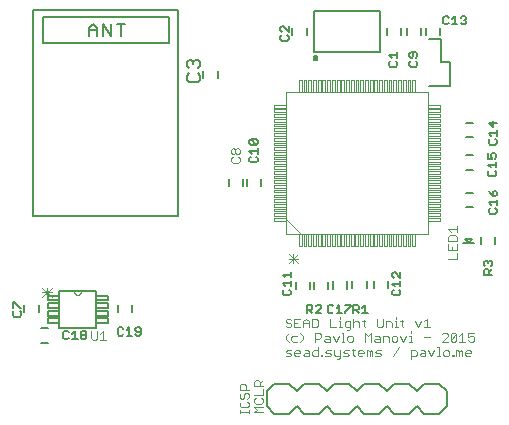
<source format=gto>
G75*
%MOIN*%
%OFA0B0*%
%FSLAX24Y24*%
%IPPOS*%
%LPD*%
%AMOC8*
5,1,8,0,0,1.08239X$1,22.5*
%
%ADD10C,0.0030*%
%ADD11C,0.0000*%
%ADD12C,0.0060*%
%ADD13C,0.0050*%
%ADD14C,0.0080*%
%ADD15C,0.0020*%
D10*
X002806Y004538D02*
X003119Y004852D01*
X002806Y004538D01*
X002963Y004538D02*
X002963Y004852D01*
X002963Y004538D01*
X003119Y004538D02*
X002806Y004852D01*
X003119Y004538D01*
X003119Y004695D02*
X002806Y004695D01*
X003119Y004695D01*
X009100Y009062D02*
X009100Y009159D01*
X009148Y009207D01*
X009148Y009308D02*
X009100Y009357D01*
X009100Y009453D01*
X009148Y009502D01*
X009196Y009502D01*
X009245Y009453D01*
X009245Y009357D01*
X009196Y009308D01*
X009148Y009308D01*
X009245Y009357D02*
X009293Y009308D01*
X009342Y009308D01*
X009390Y009357D01*
X009390Y009453D01*
X009342Y009502D01*
X009293Y009502D01*
X009245Y009453D01*
X009342Y009207D02*
X009390Y009159D01*
X009390Y009062D01*
X009342Y009014D01*
X009148Y009014D01*
X009100Y009062D01*
X011017Y005975D02*
X011330Y005661D01*
X011174Y005661D02*
X011174Y005975D01*
X011330Y005975D02*
X011017Y005661D01*
X011017Y005818D02*
X011330Y005818D01*
X011403Y003822D02*
X011210Y003822D01*
X011210Y003532D01*
X011403Y003532D01*
X011504Y003532D02*
X011504Y003726D01*
X011601Y003822D01*
X011698Y003726D01*
X011698Y003532D01*
X011799Y003532D02*
X011944Y003532D01*
X011992Y003581D01*
X011992Y003774D01*
X011944Y003822D01*
X011799Y003822D01*
X011799Y003532D01*
X011698Y003677D02*
X011504Y003677D01*
X011306Y003677D02*
X011210Y003677D01*
X011108Y003629D02*
X011108Y003581D01*
X011060Y003532D01*
X010963Y003532D01*
X010915Y003581D01*
X010963Y003677D02*
X011060Y003677D01*
X011108Y003629D01*
X011108Y003774D02*
X011060Y003822D01*
X010963Y003822D01*
X010915Y003774D01*
X010915Y003726D01*
X010963Y003677D01*
X011012Y003342D02*
X010915Y003246D01*
X010915Y003149D01*
X011012Y003052D01*
X011111Y003101D02*
X011111Y003197D01*
X011160Y003246D01*
X011305Y003246D01*
X011406Y003342D02*
X011503Y003246D01*
X011503Y003149D01*
X011406Y003052D01*
X011305Y003052D02*
X011160Y003052D01*
X011111Y003101D01*
X011108Y002766D02*
X010963Y002766D01*
X010915Y002717D01*
X010963Y002669D01*
X011060Y002669D01*
X011108Y002621D01*
X011060Y002572D01*
X010915Y002572D01*
X011210Y002621D02*
X011210Y002717D01*
X011258Y002766D01*
X011355Y002766D01*
X011403Y002717D01*
X011403Y002669D01*
X011210Y002669D01*
X011210Y002621D02*
X011258Y002572D01*
X011355Y002572D01*
X011504Y002621D02*
X011553Y002669D01*
X011698Y002669D01*
X011698Y002717D02*
X011698Y002572D01*
X011553Y002572D01*
X011504Y002621D01*
X011553Y002766D02*
X011649Y002766D01*
X011698Y002717D01*
X011799Y002717D02*
X011847Y002766D01*
X011992Y002766D01*
X011992Y002862D02*
X011992Y002572D01*
X011847Y002572D01*
X011799Y002621D01*
X011799Y002717D01*
X012094Y002621D02*
X012142Y002621D01*
X012142Y002572D01*
X012094Y002572D01*
X012094Y002621D01*
X012241Y002572D02*
X012386Y002572D01*
X012434Y002621D01*
X012386Y002669D01*
X012289Y002669D01*
X012241Y002717D01*
X012289Y002766D01*
X012434Y002766D01*
X012535Y002766D02*
X012535Y002621D01*
X012584Y002572D01*
X012729Y002572D01*
X012729Y002524D02*
X012681Y002475D01*
X012632Y002475D01*
X012729Y002524D02*
X012729Y002766D01*
X012830Y002717D02*
X012879Y002669D01*
X012975Y002669D01*
X013024Y002621D01*
X012975Y002572D01*
X012830Y002572D01*
X012830Y002717D02*
X012879Y002766D01*
X013024Y002766D01*
X013125Y002766D02*
X013222Y002766D01*
X013173Y002814D02*
X013173Y002621D01*
X013222Y002572D01*
X013321Y002621D02*
X013321Y002717D01*
X013370Y002766D01*
X013466Y002766D01*
X013515Y002717D01*
X013515Y002669D01*
X013321Y002669D01*
X013321Y002621D02*
X013370Y002572D01*
X013466Y002572D01*
X013616Y002572D02*
X013616Y002766D01*
X013664Y002766D01*
X013713Y002717D01*
X013761Y002766D01*
X013809Y002717D01*
X013809Y002572D01*
X013713Y002572D02*
X013713Y002717D01*
X013911Y002717D02*
X013959Y002669D01*
X014056Y002669D01*
X014104Y002621D01*
X014056Y002572D01*
X013911Y002572D01*
X013911Y002717D02*
X013959Y002766D01*
X014104Y002766D01*
X014055Y003052D02*
X013910Y003052D01*
X013861Y003101D01*
X013910Y003149D01*
X014055Y003149D01*
X014055Y003197D02*
X014055Y003052D01*
X014156Y003052D02*
X014156Y003246D01*
X014301Y003246D01*
X014350Y003197D01*
X014350Y003052D01*
X014451Y003101D02*
X014451Y003197D01*
X014499Y003246D01*
X014596Y003246D01*
X014644Y003197D01*
X014644Y003101D01*
X014596Y003052D01*
X014499Y003052D01*
X014451Y003101D01*
X014745Y003246D02*
X014842Y003052D01*
X014939Y003246D01*
X015040Y003246D02*
X015088Y003246D01*
X015088Y003052D01*
X015040Y003052D02*
X015137Y003052D01*
X015089Y002766D02*
X015234Y002766D01*
X015283Y002717D01*
X015283Y002621D01*
X015234Y002572D01*
X015089Y002572D01*
X015089Y002475D02*
X015089Y002766D01*
X015384Y002621D02*
X015432Y002669D01*
X015577Y002669D01*
X015577Y002717D02*
X015577Y002572D01*
X015432Y002572D01*
X015384Y002621D01*
X015432Y002766D02*
X015529Y002766D01*
X015577Y002717D01*
X015678Y002766D02*
X015775Y002572D01*
X015872Y002766D01*
X015973Y002862D02*
X016021Y002862D01*
X016021Y002572D01*
X015973Y002572D02*
X016070Y002572D01*
X016170Y002621D02*
X016170Y002717D01*
X016218Y002766D01*
X016315Y002766D01*
X016363Y002717D01*
X016363Y002621D01*
X016315Y002572D01*
X016218Y002572D01*
X016170Y002621D01*
X016464Y002621D02*
X016513Y002621D01*
X016513Y002572D01*
X016464Y002572D01*
X016464Y002621D01*
X016611Y002572D02*
X016611Y002766D01*
X016660Y002766D01*
X016708Y002717D01*
X016757Y002766D01*
X016805Y002717D01*
X016805Y002572D01*
X016708Y002572D02*
X016708Y002717D01*
X016906Y002717D02*
X016906Y002621D01*
X016955Y002572D01*
X017051Y002572D01*
X017100Y002669D02*
X016906Y002669D01*
X016906Y002717D02*
X016955Y002766D01*
X017051Y002766D01*
X017100Y002717D01*
X017100Y002669D01*
X017053Y003052D02*
X017004Y003101D01*
X017053Y003052D02*
X017149Y003052D01*
X017198Y003101D01*
X017198Y003197D01*
X017149Y003246D01*
X017101Y003246D01*
X017004Y003197D01*
X017004Y003342D01*
X017198Y003342D01*
X016806Y003342D02*
X016806Y003052D01*
X016710Y003052D02*
X016903Y003052D01*
X016710Y003246D02*
X016806Y003342D01*
X016609Y003294D02*
X016415Y003101D01*
X016463Y003052D01*
X016560Y003052D01*
X016609Y003101D01*
X016609Y003294D01*
X016560Y003342D01*
X016463Y003342D01*
X016415Y003294D01*
X016415Y003101D01*
X016314Y003052D02*
X016120Y003052D01*
X016314Y003246D01*
X016314Y003294D01*
X016266Y003342D01*
X016169Y003342D01*
X016120Y003294D01*
X015725Y003197D02*
X015531Y003197D01*
X015531Y003532D02*
X015725Y003532D01*
X015628Y003532D02*
X015628Y003822D01*
X015531Y003726D01*
X015430Y003726D02*
X015333Y003532D01*
X015236Y003726D01*
X015088Y003391D02*
X015088Y003342D01*
X014842Y003532D02*
X014794Y003581D01*
X014794Y003774D01*
X014842Y003726D02*
X014745Y003726D01*
X014597Y003726D02*
X014597Y003532D01*
X014549Y003532D02*
X014646Y003532D01*
X014448Y003532D02*
X014448Y003677D01*
X014399Y003726D01*
X014254Y003726D01*
X014254Y003532D01*
X014153Y003581D02*
X014153Y003822D01*
X013960Y003822D02*
X013960Y003581D01*
X014008Y003532D01*
X014105Y003532D01*
X014153Y003581D01*
X014549Y003726D02*
X014597Y003726D01*
X014597Y003822D02*
X014597Y003871D01*
X014007Y003246D02*
X013910Y003246D01*
X014007Y003246D02*
X014055Y003197D01*
X013760Y003342D02*
X013760Y003052D01*
X013567Y003052D02*
X013567Y003342D01*
X013664Y003246D01*
X013760Y003342D01*
X013565Y003532D02*
X013517Y003581D01*
X013517Y003774D01*
X013469Y003726D02*
X013565Y003726D01*
X013367Y003677D02*
X013367Y003532D01*
X013367Y003677D02*
X013319Y003726D01*
X013222Y003726D01*
X013174Y003677D01*
X013073Y003726D02*
X012928Y003726D01*
X012879Y003677D01*
X012879Y003581D01*
X012928Y003532D01*
X013073Y003532D01*
X013073Y003484D02*
X013073Y003726D01*
X013174Y003822D02*
X013174Y003532D01*
X013073Y003484D02*
X013024Y003435D01*
X012976Y003435D01*
X012829Y003342D02*
X012781Y003342D01*
X012829Y003342D02*
X012829Y003052D01*
X012781Y003052D02*
X012878Y003052D01*
X012977Y003101D02*
X013026Y003052D01*
X013123Y003052D01*
X013171Y003101D01*
X013171Y003197D01*
X013123Y003246D01*
X013026Y003246D01*
X012977Y003197D01*
X012977Y003101D01*
X012680Y003246D02*
X012583Y003052D01*
X012486Y003246D01*
X012385Y003197D02*
X012385Y003052D01*
X012240Y003052D01*
X012192Y003101D01*
X012240Y003149D01*
X012385Y003149D01*
X012385Y003197D02*
X012337Y003246D01*
X012240Y003246D01*
X012091Y003294D02*
X012091Y003197D01*
X012042Y003149D01*
X011897Y003149D01*
X011897Y003052D02*
X011897Y003342D01*
X012042Y003342D01*
X012091Y003294D01*
X012388Y003532D02*
X012582Y003532D01*
X012683Y003532D02*
X012780Y003532D01*
X012731Y003532D02*
X012731Y003726D01*
X012683Y003726D01*
X012731Y003822D02*
X012731Y003871D01*
X012388Y003822D02*
X012388Y003532D01*
X014500Y002572D02*
X014693Y002862D01*
X016332Y005820D02*
X016623Y005820D01*
X016623Y006014D01*
X016623Y006115D02*
X016623Y006308D01*
X016623Y006409D02*
X016623Y006554D01*
X016574Y006603D01*
X016381Y006603D01*
X016332Y006554D01*
X016332Y006409D01*
X016623Y006409D01*
X016478Y006211D02*
X016478Y006115D01*
X016623Y006115D02*
X016332Y006115D01*
X016332Y006308D01*
X016429Y006704D02*
X016332Y006801D01*
X016623Y006801D01*
X016623Y006897D02*
X016623Y006704D01*
X010155Y001768D02*
X010058Y001671D01*
X010058Y001720D02*
X010058Y001575D01*
X010155Y001575D02*
X009865Y001575D01*
X009865Y001720D01*
X009913Y001768D01*
X010010Y001768D01*
X010058Y001720D01*
X010155Y001474D02*
X010155Y001280D01*
X009865Y001280D01*
X009913Y001179D02*
X009865Y001131D01*
X009865Y001034D01*
X009913Y000985D01*
X010106Y000985D01*
X010155Y001034D01*
X010155Y001131D01*
X010106Y001179D01*
X010155Y000884D02*
X009865Y000884D01*
X009961Y000787D01*
X009865Y000691D01*
X010155Y000691D01*
X009686Y000712D02*
X009396Y000712D01*
X009396Y000760D02*
X009396Y000663D01*
X009444Y000860D02*
X009638Y000860D01*
X009686Y000908D01*
X009686Y001005D01*
X009638Y001053D01*
X009638Y001154D02*
X009686Y001203D01*
X009686Y001299D01*
X009638Y001348D01*
X009590Y001348D01*
X009541Y001299D01*
X009541Y001203D01*
X009493Y001154D01*
X009444Y001154D01*
X009396Y001203D01*
X009396Y001299D01*
X009444Y001348D01*
X009396Y001449D02*
X009396Y001594D01*
X009444Y001642D01*
X009541Y001642D01*
X009590Y001594D01*
X009590Y001449D01*
X009686Y001449D02*
X009396Y001449D01*
X009444Y001053D02*
X009396Y001005D01*
X009396Y000908D01*
X009444Y000860D01*
X009686Y000760D02*
X009686Y000663D01*
D11*
X004981Y003665D02*
X004981Y003825D01*
X004591Y003825D01*
X004591Y003665D01*
X004981Y003665D01*
X004981Y003915D02*
X004591Y003915D01*
X004591Y004075D01*
X004981Y004075D01*
X004981Y003915D01*
X004981Y004175D02*
X004981Y004335D01*
X004591Y004335D01*
X004591Y004175D01*
X004981Y004175D01*
X004981Y004425D02*
X004591Y004425D01*
X004591Y004585D01*
X004981Y004585D01*
X004981Y004425D01*
X004591Y004735D02*
X004101Y004735D01*
X003861Y004735D01*
X003371Y004735D01*
X003371Y003515D01*
X004591Y003515D01*
X004591Y004735D01*
X004101Y004735D02*
X004099Y004714D01*
X004094Y004694D01*
X004085Y004675D01*
X004073Y004658D01*
X004058Y004643D01*
X004041Y004631D01*
X004022Y004622D01*
X004002Y004617D01*
X003981Y004615D01*
X003960Y004617D01*
X003940Y004622D01*
X003921Y004631D01*
X003904Y004643D01*
X003889Y004658D01*
X003877Y004675D01*
X003868Y004694D01*
X003863Y004714D01*
X003861Y004735D01*
X003863Y004714D01*
X003868Y004694D01*
X003877Y004675D01*
X003889Y004658D01*
X003904Y004643D01*
X003921Y004631D01*
X003940Y004622D01*
X003960Y004617D01*
X003981Y004615D01*
X004002Y004617D01*
X004022Y004622D01*
X004041Y004631D01*
X004058Y004643D01*
X004073Y004658D01*
X004085Y004675D01*
X004094Y004694D01*
X004099Y004714D01*
X004101Y004735D01*
X003371Y004585D02*
X003371Y004425D01*
X002981Y004425D01*
X002981Y004585D01*
X003371Y004585D01*
X003371Y004335D02*
X002981Y004335D01*
X002981Y004175D01*
X003371Y004175D01*
X003371Y004335D01*
X003371Y004075D02*
X002981Y004075D01*
X002981Y003915D01*
X003371Y003915D01*
X003371Y004075D01*
X003371Y003825D02*
X002981Y003825D01*
X002991Y003665D01*
X003371Y003665D01*
X003371Y003825D01*
X010534Y007086D02*
X010934Y007086D01*
X010934Y007156D01*
X011434Y006656D01*
X011364Y006656D01*
X011364Y006256D01*
X011454Y006256D01*
X011454Y006656D01*
X011434Y006656D01*
X011514Y006656D02*
X011514Y006256D01*
X011604Y006256D01*
X011604Y006656D01*
X011514Y006656D01*
X011674Y006656D02*
X011674Y006256D01*
X011764Y006256D01*
X011764Y006656D01*
X011674Y006656D01*
X011834Y006656D02*
X011834Y006256D01*
X011924Y006256D01*
X011924Y006656D01*
X011834Y006656D01*
X011994Y006656D02*
X011994Y006256D01*
X012084Y006256D01*
X012084Y006656D01*
X011994Y006656D01*
X012144Y006656D02*
X012144Y006256D01*
X012234Y006256D01*
X012234Y006656D01*
X012144Y006656D01*
X012304Y006656D02*
X012304Y006256D01*
X012394Y006256D01*
X012394Y006656D01*
X012304Y006656D01*
X012464Y006656D02*
X012464Y006256D01*
X012554Y006256D01*
X012554Y006656D01*
X012464Y006656D01*
X012624Y006656D02*
X012624Y006256D01*
X012714Y006256D01*
X012714Y006656D01*
X012624Y006656D01*
X012774Y006656D02*
X012774Y006256D01*
X012864Y006256D01*
X012864Y006656D01*
X012774Y006656D01*
X012934Y006656D02*
X012934Y006256D01*
X013024Y006256D01*
X013024Y006656D01*
X012934Y006656D01*
X013094Y006656D02*
X013094Y006256D01*
X013184Y006256D01*
X013184Y006656D01*
X013094Y006656D01*
X013244Y006656D02*
X013244Y006256D01*
X013334Y006256D01*
X013334Y006656D01*
X013244Y006656D01*
X013404Y006656D02*
X013404Y006256D01*
X013494Y006256D01*
X013494Y006656D01*
X013404Y006656D01*
X013564Y006656D02*
X013564Y006256D01*
X013654Y006256D01*
X013654Y006656D01*
X013564Y006656D01*
X013724Y006656D02*
X013724Y006256D01*
X013814Y006256D01*
X013814Y006656D01*
X013724Y006656D01*
X013874Y006656D02*
X013874Y006256D01*
X013964Y006256D01*
X013964Y006656D01*
X013874Y006656D01*
X014034Y006656D02*
X014034Y006256D01*
X014124Y006256D01*
X014124Y006656D01*
X014034Y006656D01*
X014194Y006656D02*
X014194Y006256D01*
X014284Y006256D01*
X014284Y006656D01*
X014194Y006656D01*
X014354Y006656D02*
X014354Y006256D01*
X014444Y006256D01*
X014444Y006656D01*
X014354Y006656D01*
X014504Y006656D02*
X014504Y006256D01*
X014594Y006256D01*
X014594Y006656D01*
X014504Y006656D01*
X014664Y006656D02*
X014664Y006256D01*
X014754Y006256D01*
X014754Y006656D01*
X014664Y006656D01*
X014824Y006656D02*
X014824Y006256D01*
X014914Y006256D01*
X014914Y006656D01*
X014824Y006656D01*
X014984Y006656D02*
X014984Y006256D01*
X015074Y006256D01*
X015074Y006656D01*
X014984Y006656D01*
X015134Y006656D02*
X015134Y006256D01*
X015224Y006256D01*
X015224Y006656D01*
X015134Y006656D01*
X015654Y006656D02*
X010934Y006656D01*
X010934Y011376D01*
X015654Y011376D01*
X015654Y006656D01*
X015654Y007086D02*
X016054Y007086D01*
X016054Y007176D01*
X015654Y007176D01*
X015654Y007086D01*
X015654Y007236D02*
X016054Y007236D01*
X016054Y007326D01*
X015654Y007326D01*
X015654Y007236D01*
X015654Y007396D02*
X016054Y007396D01*
X016054Y007486D01*
X015654Y007486D01*
X015654Y007396D01*
X015654Y007556D02*
X016054Y007556D01*
X016054Y007646D01*
X015654Y007646D01*
X015654Y007556D01*
X015654Y007716D02*
X016054Y007716D01*
X016054Y007806D01*
X015654Y007806D01*
X015654Y007716D01*
X015654Y007866D02*
X016054Y007866D01*
X016054Y007956D01*
X015654Y007956D01*
X015654Y007866D01*
X015654Y008026D02*
X016054Y008026D01*
X016054Y008116D01*
X015654Y008116D01*
X015654Y008026D01*
X015654Y008186D02*
X016054Y008186D01*
X016054Y008276D01*
X015654Y008276D01*
X015654Y008186D01*
X015654Y008346D02*
X016054Y008346D01*
X016054Y008436D01*
X015654Y008436D01*
X015654Y008346D01*
X015654Y008496D02*
X016054Y008496D01*
X016054Y008586D01*
X015654Y008586D01*
X015654Y008496D01*
X015654Y008656D02*
X016054Y008656D01*
X016054Y008746D01*
X015654Y008746D01*
X015654Y008656D01*
X015654Y008816D02*
X016054Y008816D01*
X016054Y008906D01*
X015654Y008906D01*
X015654Y008816D01*
X015654Y008966D02*
X016054Y008966D01*
X016054Y009056D01*
X015654Y009056D01*
X015654Y008966D01*
X015654Y009126D02*
X016054Y009126D01*
X016054Y009216D01*
X015654Y009216D01*
X015654Y009126D01*
X015654Y009286D02*
X016054Y009286D01*
X016054Y009376D01*
X015654Y009376D01*
X015654Y009286D01*
X015654Y009446D02*
X016054Y009446D01*
X016054Y009536D01*
X015654Y009536D01*
X015654Y009446D01*
X015654Y009596D02*
X016054Y009596D01*
X016054Y009686D01*
X015654Y009686D01*
X015654Y009596D01*
X015654Y009756D02*
X016054Y009756D01*
X016054Y009846D01*
X015654Y009846D01*
X015654Y009756D01*
X015654Y009916D02*
X016054Y009916D01*
X016054Y010006D01*
X015654Y010006D01*
X015654Y009916D01*
X015654Y010076D02*
X016054Y010076D01*
X016054Y010166D01*
X015654Y010166D01*
X015654Y010076D01*
X015654Y010226D02*
X016054Y010226D01*
X016054Y010316D01*
X015654Y010316D01*
X015654Y010226D01*
X015654Y010386D02*
X016054Y010386D01*
X016054Y010476D01*
X015654Y010476D01*
X015654Y010386D01*
X015654Y010546D02*
X016054Y010546D01*
X016054Y010636D01*
X015654Y010636D01*
X015654Y010546D01*
X015654Y010706D02*
X016054Y010706D01*
X016054Y010796D01*
X015654Y010796D01*
X015654Y010706D01*
X015654Y010856D02*
X016054Y010856D01*
X016054Y010946D01*
X015654Y010946D01*
X015654Y010856D01*
X015224Y011376D02*
X015134Y011376D01*
X015134Y011776D01*
X015224Y011776D01*
X015224Y011376D01*
X015074Y011376D02*
X015074Y011776D01*
X014984Y011776D01*
X014984Y011376D01*
X015074Y011376D01*
X014914Y011376D02*
X014914Y011776D01*
X014824Y011776D01*
X014824Y011376D01*
X014914Y011376D01*
X014754Y011376D02*
X014754Y011776D01*
X014664Y011776D01*
X014664Y011376D01*
X014754Y011376D01*
X014594Y011376D02*
X014594Y011776D01*
X014504Y011776D01*
X014504Y011376D01*
X014594Y011376D01*
X014444Y011376D02*
X014444Y011776D01*
X014354Y011776D01*
X014354Y011376D01*
X014444Y011376D01*
X014284Y011376D02*
X014284Y011776D01*
X014194Y011776D01*
X014194Y011376D01*
X014284Y011376D01*
X014124Y011376D02*
X014124Y011776D01*
X014034Y011776D01*
X014034Y011376D01*
X014124Y011376D01*
X013964Y011376D02*
X013964Y011776D01*
X013874Y011776D01*
X013874Y011376D01*
X013964Y011376D01*
X013814Y011376D02*
X013814Y011776D01*
X013724Y011776D01*
X013724Y011376D01*
X013814Y011376D01*
X013654Y011376D02*
X013654Y011776D01*
X013564Y011776D01*
X013564Y011376D01*
X013654Y011376D01*
X013494Y011376D02*
X013494Y011776D01*
X013404Y011776D01*
X013404Y011376D01*
X013494Y011376D01*
X013344Y011376D02*
X013344Y011776D01*
X013254Y011776D01*
X013254Y011376D01*
X013344Y011376D01*
X013184Y011376D02*
X013184Y011776D01*
X013094Y011776D01*
X013094Y011376D01*
X013184Y011376D01*
X013024Y011376D02*
X013024Y011776D01*
X012934Y011776D01*
X012934Y011376D01*
X013024Y011376D01*
X012864Y011376D02*
X012864Y011776D01*
X012774Y011776D01*
X012774Y011376D01*
X012864Y011376D01*
X012714Y011376D02*
X012714Y011776D01*
X012624Y011776D01*
X012624Y011376D01*
X012714Y011376D01*
X012554Y011376D02*
X012554Y011776D01*
X012464Y011776D01*
X012464Y011376D01*
X012554Y011376D01*
X012394Y011376D02*
X012394Y011776D01*
X012304Y011776D01*
X012304Y011376D01*
X012394Y011376D01*
X012234Y011376D02*
X012234Y011776D01*
X012144Y011776D01*
X012144Y011376D01*
X012234Y011376D01*
X012084Y011376D02*
X012084Y011776D01*
X011994Y011776D01*
X011994Y011376D01*
X012084Y011376D01*
X011924Y011376D02*
X011924Y011776D01*
X011834Y011776D01*
X011834Y011376D01*
X011924Y011376D01*
X011764Y011376D02*
X011764Y011776D01*
X011674Y011776D01*
X011674Y011376D01*
X011764Y011376D01*
X011604Y011376D02*
X011604Y011776D01*
X011514Y011776D01*
X011514Y011376D01*
X011604Y011376D01*
X011454Y011376D02*
X011454Y011776D01*
X011364Y011776D01*
X011364Y011376D01*
X011454Y011376D01*
X010934Y010946D02*
X010534Y010946D01*
X010534Y010856D01*
X010934Y010856D01*
X010934Y010946D01*
X010934Y010796D02*
X010534Y010796D01*
X010534Y010706D01*
X010934Y010706D01*
X010934Y010796D01*
X010934Y010636D02*
X010534Y010636D01*
X010534Y010546D01*
X010934Y010546D01*
X010934Y010636D01*
X010934Y010476D02*
X010534Y010476D01*
X010534Y010386D01*
X010934Y010386D01*
X010934Y010476D01*
X010934Y010316D02*
X010534Y010316D01*
X010534Y010226D01*
X010934Y010226D01*
X010934Y010316D01*
X010934Y010166D02*
X010534Y010166D01*
X010534Y010076D01*
X010934Y010076D01*
X010934Y010166D01*
X010934Y010006D02*
X010534Y010006D01*
X010534Y009916D01*
X010934Y009916D01*
X010934Y010006D01*
X010934Y009846D02*
X010534Y009846D01*
X010534Y009756D01*
X010934Y009756D01*
X010934Y009846D01*
X010934Y009686D02*
X010534Y009686D01*
X010534Y009596D01*
X010934Y009596D01*
X010934Y009686D01*
X010934Y009536D02*
X010534Y009536D01*
X010534Y009446D01*
X010934Y009446D01*
X010934Y009536D01*
X010934Y009376D02*
X010534Y009376D01*
X010534Y009286D01*
X010934Y009286D01*
X010934Y009376D01*
X010934Y009216D02*
X010534Y009216D01*
X010534Y009126D01*
X010934Y009126D01*
X010934Y009216D01*
X010934Y009066D02*
X010534Y009066D01*
X010534Y008976D01*
X010934Y008976D01*
X010934Y009066D01*
X010934Y008906D02*
X010534Y008906D01*
X010534Y008816D01*
X010934Y008816D01*
X010934Y008906D01*
X010934Y008746D02*
X010534Y008746D01*
X010534Y008656D01*
X010934Y008656D01*
X010934Y008746D01*
X010934Y008586D02*
X010534Y008586D01*
X010534Y008496D01*
X010934Y008496D01*
X010934Y008586D01*
X010934Y008436D02*
X010534Y008436D01*
X010534Y008346D01*
X010934Y008346D01*
X010934Y008436D01*
X010934Y008276D02*
X010534Y008276D01*
X010534Y008186D01*
X010934Y008186D01*
X010934Y008276D01*
X010934Y008116D02*
X010534Y008116D01*
X010534Y008026D01*
X010934Y008026D01*
X010934Y008116D01*
X010934Y007956D02*
X010534Y007956D01*
X010534Y007866D01*
X010934Y007866D01*
X010934Y007956D01*
X010934Y007806D02*
X010534Y007806D01*
X010534Y007716D01*
X010934Y007716D01*
X010934Y007806D01*
X010934Y007646D02*
X010534Y007646D01*
X010534Y007556D01*
X010934Y007556D01*
X010934Y007646D01*
X010934Y007486D02*
X010534Y007486D01*
X010534Y007396D01*
X010934Y007396D01*
X010934Y007486D01*
X010934Y007326D02*
X010534Y007326D01*
X010534Y007236D01*
X010934Y007236D01*
X010934Y007326D01*
X010934Y007176D02*
X010534Y007176D01*
X010534Y007086D01*
X010934Y007156D02*
X010934Y007176D01*
D12*
X002997Y003022D02*
X002760Y003022D01*
X002760Y003495D02*
X002997Y003495D01*
X002991Y003665D02*
X003371Y003665D01*
X003371Y003825D01*
X002981Y003825D01*
X002991Y003665D01*
X002981Y003915D02*
X003371Y003915D01*
X003371Y004075D01*
X002981Y004075D01*
X002981Y003915D01*
X002981Y004175D02*
X003371Y004175D01*
X003371Y004335D01*
X002981Y004335D01*
X002981Y004175D01*
X002981Y004425D02*
X003371Y004425D01*
X003371Y004585D01*
X002981Y004585D01*
X002981Y004425D01*
X002682Y004282D02*
X002682Y004046D01*
X002209Y004046D02*
X002209Y004282D01*
X003371Y004735D02*
X003371Y003515D01*
X004591Y003515D01*
X004591Y004735D01*
X004101Y004735D01*
X003861Y004735D01*
X003371Y004735D01*
X004591Y004585D02*
X004591Y004425D01*
X004981Y004425D01*
X004981Y004585D01*
X004591Y004585D01*
X004591Y004335D02*
X004981Y004335D01*
X004981Y004175D01*
X004591Y004175D01*
X004591Y004335D01*
X004591Y004075D02*
X004981Y004075D01*
X004981Y003915D01*
X004591Y003915D01*
X004591Y004075D01*
X004591Y003825D02*
X004981Y003825D01*
X004981Y003665D01*
X004591Y003665D01*
X004591Y003825D01*
X005319Y004046D02*
X005319Y004282D01*
X005792Y004282D02*
X005792Y004046D01*
X009028Y008239D02*
X009028Y008475D01*
X009501Y008475D02*
X009501Y008239D01*
X009635Y008240D02*
X009635Y008476D01*
X010107Y008476D02*
X010107Y008240D01*
X013854Y005083D02*
X013854Y004846D01*
X013612Y004831D02*
X013612Y005067D01*
X013139Y005067D02*
X013139Y004831D01*
X012975Y004821D02*
X012975Y005058D01*
X012503Y005058D02*
X012503Y004821D01*
X012341Y004819D02*
X012341Y005056D01*
X011869Y005056D02*
X011869Y004819D01*
X011720Y004814D02*
X011720Y005051D01*
X011247Y005051D02*
X011247Y004814D01*
X014327Y004846D02*
X014327Y005083D01*
X017434Y006304D02*
X017434Y006540D01*
X017906Y006540D02*
X017906Y006304D01*
X017166Y007536D02*
X016930Y007536D01*
X016930Y008008D02*
X017166Y008008D01*
X017161Y008790D02*
X016925Y008790D01*
X016925Y009262D02*
X017161Y009262D01*
X017176Y009866D02*
X016940Y009866D01*
X016940Y010339D02*
X017176Y010339D01*
X016067Y013273D02*
X016067Y013509D01*
X015595Y013509D02*
X015595Y013273D01*
X015436Y013272D02*
X015436Y013509D01*
X014963Y013509D02*
X014963Y013272D01*
X014764Y013270D02*
X014764Y013506D01*
X014292Y013506D02*
X014292Y013270D01*
X011615Y013270D02*
X011615Y013506D01*
X011142Y013506D02*
X011142Y013270D01*
X008650Y012089D02*
X008650Y011853D01*
X008178Y011853D02*
X008178Y012089D01*
D13*
X007036Y012995D02*
X002823Y012995D01*
X002823Y013861D01*
X007036Y013861D01*
X007036Y012995D01*
X007312Y014097D02*
X002508Y014097D01*
X002508Y007247D01*
X007312Y007247D01*
X007312Y014097D01*
X010744Y013514D02*
X010744Y013424D01*
X010789Y013379D01*
X010789Y013265D02*
X010744Y013220D01*
X010744Y013130D01*
X010789Y013085D01*
X010969Y013085D01*
X011014Y013130D01*
X011014Y013220D01*
X010969Y013265D01*
X011014Y013379D02*
X010834Y013559D01*
X010789Y013559D01*
X010744Y013514D01*
X011014Y013559D02*
X011014Y013379D01*
X011851Y012719D02*
X011851Y014058D01*
X014056Y014058D01*
X014056Y012719D01*
X011851Y012719D01*
X011851Y012562D02*
X011969Y012443D01*
X011969Y012562D01*
X011851Y012443D01*
X011890Y012443D01*
X011969Y012443D01*
X011851Y012443D02*
X011851Y012562D01*
X011969Y012562D01*
X014366Y012603D02*
X014636Y012603D01*
X014636Y012513D02*
X014636Y012693D01*
X014456Y012513D02*
X014366Y012603D01*
X014411Y012399D02*
X014366Y012354D01*
X014366Y012264D01*
X014411Y012219D01*
X014591Y012219D01*
X014636Y012264D01*
X014636Y012354D01*
X014591Y012399D01*
X015037Y012356D02*
X015037Y012266D01*
X015083Y012221D01*
X015263Y012221D01*
X015308Y012266D01*
X015308Y012356D01*
X015263Y012401D01*
X015263Y012515D02*
X015308Y012560D01*
X015308Y012651D01*
X015263Y012696D01*
X015083Y012696D01*
X015037Y012651D01*
X015037Y012560D01*
X015083Y012515D01*
X015128Y012515D01*
X015173Y012560D01*
X015173Y012696D01*
X015083Y012401D02*
X015037Y012356D01*
X016213Y013624D02*
X016303Y013624D01*
X016348Y013669D01*
X016462Y013624D02*
X016642Y013624D01*
X016552Y013624D02*
X016552Y013894D01*
X016462Y013804D01*
X016348Y013849D02*
X016303Y013894D01*
X016213Y013894D01*
X016168Y013849D01*
X016168Y013669D01*
X016213Y013624D01*
X016757Y013669D02*
X016802Y013624D01*
X016892Y013624D01*
X016937Y013669D01*
X016937Y013714D01*
X016892Y013759D01*
X016847Y013759D01*
X016892Y013759D02*
X016937Y013804D01*
X016937Y013849D01*
X016892Y013894D01*
X016802Y013894D01*
X016757Y013849D01*
X017819Y010393D02*
X017819Y010213D01*
X017683Y010348D01*
X017954Y010348D01*
X017954Y010098D02*
X017954Y009918D01*
X017954Y010008D02*
X017683Y010008D01*
X017773Y009918D01*
X017728Y009803D02*
X017683Y009758D01*
X017683Y009668D01*
X017728Y009623D01*
X017909Y009623D01*
X017954Y009668D01*
X017954Y009758D01*
X017909Y009803D01*
X017891Y009334D02*
X017801Y009334D01*
X017756Y009289D01*
X017756Y009244D01*
X017801Y009154D01*
X017666Y009154D01*
X017666Y009334D01*
X017891Y009334D02*
X017936Y009289D01*
X017936Y009199D01*
X017891Y009154D01*
X017936Y009040D02*
X017936Y008860D01*
X017936Y008950D02*
X017666Y008950D01*
X017756Y008860D01*
X017711Y008745D02*
X017666Y008700D01*
X017666Y008610D01*
X017711Y008565D01*
X017891Y008565D01*
X017936Y008610D01*
X017936Y008700D01*
X017891Y008745D01*
X017908Y008083D02*
X017863Y008083D01*
X017818Y008038D01*
X017818Y007903D01*
X017908Y007903D01*
X017953Y007948D01*
X017953Y008038D01*
X017908Y008083D01*
X017728Y007993D02*
X017818Y007903D01*
X017728Y007993D02*
X017683Y008083D01*
X017953Y007789D02*
X017953Y007609D01*
X017953Y007699D02*
X017683Y007699D01*
X017773Y007609D01*
X017728Y007494D02*
X017683Y007449D01*
X017683Y007359D01*
X017728Y007314D01*
X017908Y007314D01*
X017953Y007359D01*
X017953Y007449D01*
X017908Y007494D01*
X017134Y006486D02*
X016908Y006486D01*
X017016Y006328D01*
X016839Y006328D01*
X017016Y006328D02*
X017184Y006328D01*
X017134Y006486D02*
X017016Y006328D01*
X017567Y005755D02*
X017612Y005755D01*
X017657Y005710D01*
X017702Y005755D01*
X017747Y005755D01*
X017792Y005710D01*
X017792Y005620D01*
X017747Y005575D01*
X017792Y005461D02*
X017702Y005371D01*
X017702Y005416D02*
X017702Y005281D01*
X017792Y005281D02*
X017522Y005281D01*
X017522Y005416D01*
X017567Y005461D01*
X017657Y005461D01*
X017702Y005416D01*
X017567Y005575D02*
X017522Y005620D01*
X017522Y005710D01*
X017567Y005755D01*
X017657Y005710D02*
X017657Y005665D01*
X014741Y005368D02*
X014741Y005188D01*
X014560Y005368D01*
X014515Y005368D01*
X014470Y005323D01*
X014470Y005233D01*
X014515Y005188D01*
X014470Y004984D02*
X014741Y004984D01*
X014741Y004894D02*
X014741Y005074D01*
X014560Y004894D02*
X014470Y004984D01*
X014515Y004779D02*
X014470Y004734D01*
X014470Y004644D01*
X014515Y004599D01*
X014696Y004599D01*
X014741Y004644D01*
X014741Y004734D01*
X014696Y004779D01*
X013557Y004276D02*
X013557Y004006D01*
X013467Y004006D02*
X013647Y004006D01*
X013467Y004186D02*
X013557Y004276D01*
X013352Y004231D02*
X013352Y004141D01*
X013307Y004096D01*
X013172Y004096D01*
X013262Y004096D02*
X013352Y004006D01*
X013172Y004006D02*
X013172Y004276D01*
X013307Y004276D01*
X013352Y004231D01*
X013089Y004229D02*
X012909Y004049D01*
X012909Y004004D01*
X012795Y004004D02*
X012615Y004004D01*
X012705Y004004D02*
X012705Y004274D01*
X012615Y004184D01*
X012500Y004229D02*
X012455Y004274D01*
X012365Y004274D01*
X012320Y004229D01*
X012320Y004049D01*
X012365Y004004D01*
X012455Y004004D01*
X012500Y004049D01*
X012095Y004007D02*
X011915Y004007D01*
X012095Y004187D01*
X012095Y004232D01*
X012050Y004277D01*
X011960Y004277D01*
X011915Y004232D01*
X011800Y004232D02*
X011800Y004142D01*
X011755Y004097D01*
X011620Y004097D01*
X011710Y004097D02*
X011800Y004007D01*
X011620Y004007D02*
X011620Y004277D01*
X011755Y004277D01*
X011800Y004232D01*
X011090Y004651D02*
X011090Y004742D01*
X011045Y004787D01*
X011090Y004901D02*
X011090Y005081D01*
X011090Y004991D02*
X010820Y004991D01*
X010910Y004901D01*
X010865Y004787D02*
X010820Y004742D01*
X010820Y004651D01*
X010865Y004606D01*
X011045Y004606D01*
X011090Y004651D01*
X011090Y005196D02*
X011090Y005376D01*
X011090Y005286D02*
X010820Y005286D01*
X010910Y005196D01*
X012909Y004274D02*
X013089Y004274D01*
X013089Y004229D01*
X009937Y009028D02*
X009756Y009028D01*
X009711Y009073D01*
X009711Y009163D01*
X009756Y009208D01*
X009801Y009323D02*
X009711Y009413D01*
X009982Y009413D01*
X009982Y009323D02*
X009982Y009503D01*
X009937Y009617D02*
X009756Y009617D01*
X009711Y009662D01*
X009711Y009752D01*
X009756Y009797D01*
X009937Y009617D01*
X009982Y009662D01*
X009982Y009752D01*
X009937Y009797D01*
X009756Y009797D01*
X009937Y009208D02*
X009982Y009163D01*
X009982Y009073D01*
X009937Y009028D01*
X006044Y003524D02*
X005954Y003524D01*
X005909Y003479D01*
X005909Y003434D01*
X005954Y003389D01*
X006089Y003389D01*
X006089Y003299D02*
X006089Y003479D01*
X006044Y003524D01*
X006089Y003299D02*
X006044Y003254D01*
X005954Y003254D01*
X005909Y003299D01*
X005795Y003254D02*
X005615Y003254D01*
X005705Y003254D02*
X005705Y003524D01*
X005615Y003434D01*
X005500Y003479D02*
X005455Y003524D01*
X005365Y003524D01*
X005320Y003479D01*
X005320Y003299D01*
X005365Y003254D01*
X005455Y003254D01*
X005500Y003299D01*
X004278Y003316D02*
X004233Y003271D01*
X004143Y003271D01*
X004098Y003316D01*
X004098Y003361D01*
X004143Y003406D01*
X004233Y003406D01*
X004278Y003361D01*
X004278Y003316D01*
X004233Y003271D02*
X004278Y003226D01*
X004278Y003181D01*
X004233Y003136D01*
X004143Y003136D01*
X004098Y003181D01*
X004098Y003226D01*
X004143Y003271D01*
X003984Y003136D02*
X003804Y003136D01*
X003894Y003136D02*
X003894Y003406D01*
X003804Y003316D01*
X003689Y003361D02*
X003644Y003406D01*
X003554Y003406D01*
X003509Y003361D01*
X003509Y003181D01*
X003554Y003136D01*
X003644Y003136D01*
X003689Y003181D01*
X002095Y003934D02*
X002095Y004024D01*
X002050Y004069D01*
X002050Y004184D02*
X002095Y004184D01*
X002050Y004184D02*
X001870Y004364D01*
X001825Y004364D01*
X001825Y004184D01*
X001870Y004069D02*
X001825Y004024D01*
X001825Y003934D01*
X001870Y003889D01*
X002050Y003889D01*
X002095Y003934D01*
D14*
X010288Y001402D02*
X010288Y000902D01*
X010538Y000652D01*
X011038Y000652D01*
X011288Y000902D01*
X011538Y000652D01*
X012038Y000652D01*
X012288Y000902D01*
X012538Y000652D01*
X013038Y000652D01*
X013288Y000902D01*
X013538Y000652D01*
X014038Y000652D01*
X014288Y000902D01*
X014538Y000652D01*
X015038Y000652D01*
X015288Y000902D01*
X015538Y000652D01*
X016038Y000652D01*
X016288Y000902D01*
X016288Y001402D01*
X016038Y001652D01*
X015538Y001652D01*
X015288Y001402D01*
X015038Y001652D01*
X014538Y001652D01*
X014288Y001402D01*
X014038Y001652D01*
X013538Y001652D01*
X013288Y001402D01*
X013038Y001652D01*
X012538Y001652D01*
X012288Y001402D01*
X012038Y001652D01*
X011538Y001652D01*
X011288Y001402D01*
X011038Y001652D01*
X010538Y001652D01*
X010288Y001402D01*
X015702Y011577D02*
X016391Y011577D01*
X016391Y012365D01*
X016096Y012365D01*
X016096Y013152D01*
X015702Y013152D01*
X008049Y012382D02*
X008049Y012241D01*
X007979Y012171D01*
X007979Y011991D02*
X008049Y011921D01*
X008049Y011781D01*
X007979Y011711D01*
X007699Y011711D01*
X007629Y011781D01*
X007629Y011921D01*
X007699Y011991D01*
X007699Y012171D02*
X007629Y012241D01*
X007629Y012382D01*
X007699Y012452D01*
X007769Y012452D01*
X007839Y012382D01*
X007909Y012452D01*
X007979Y012452D01*
X008049Y012382D01*
X007839Y012382D02*
X007839Y012312D01*
X005560Y013652D02*
X005280Y013652D01*
X005420Y013652D02*
X005420Y013231D01*
X005100Y013231D02*
X005100Y013652D01*
X004820Y013652D02*
X005100Y013231D01*
X004820Y013231D02*
X004820Y013652D01*
X004640Y013512D02*
X004640Y013231D01*
X004359Y013231D02*
X004359Y013512D01*
X004500Y013652D01*
X004640Y013512D01*
X004640Y013442D02*
X004359Y013442D01*
D15*
X004436Y003413D02*
X004436Y003163D01*
X004486Y003113D01*
X004586Y003113D01*
X004636Y003163D01*
X004636Y003413D01*
X004730Y003313D02*
X004830Y003413D01*
X004830Y003113D01*
X004730Y003113D02*
X004930Y003113D01*
M02*

</source>
